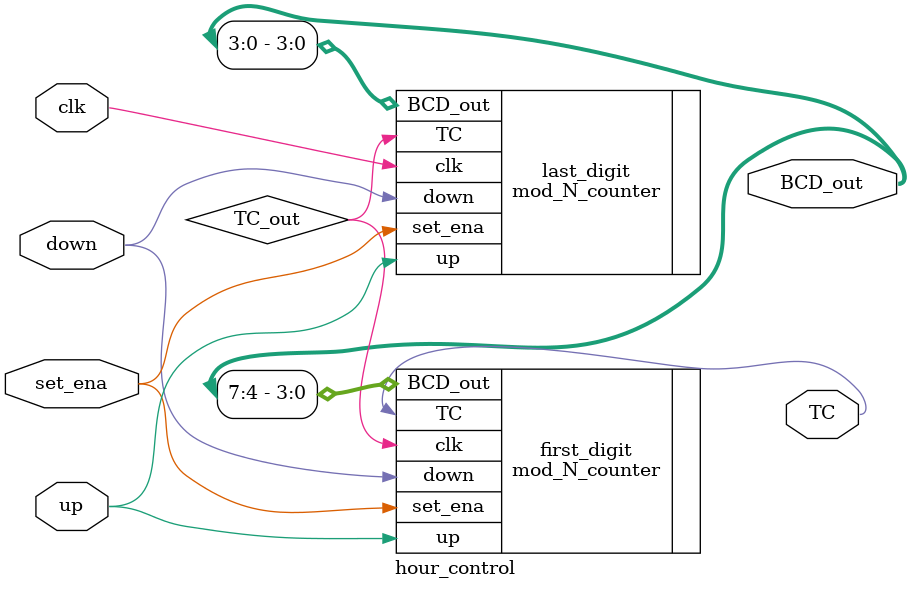
<source format=v>
module hour_control(clk, set_ena, up, down, BCD_out, TC);
	input clk;
	input set_ena;
	input up;
	input down;
	output [7:0]BCD_out;
	output TC;
	
	wire TC_out;
	mod_N_counter #(.MODE_N(10)) last_digit		
		(.clk(clk), .set_ena(set_ena), .up(up), .down(down), .BCD_out(BCD_out[3:0]), .TC(TC_out));
	mod_N_counter #(.MODE_N(2)) first_digit
		(.clk(TC_out), .set_ena(set_ena), .up(up), .down(down), .BCD_out(BCD_out[7:4]), .TC(TC));
	
endmodule 
</source>
